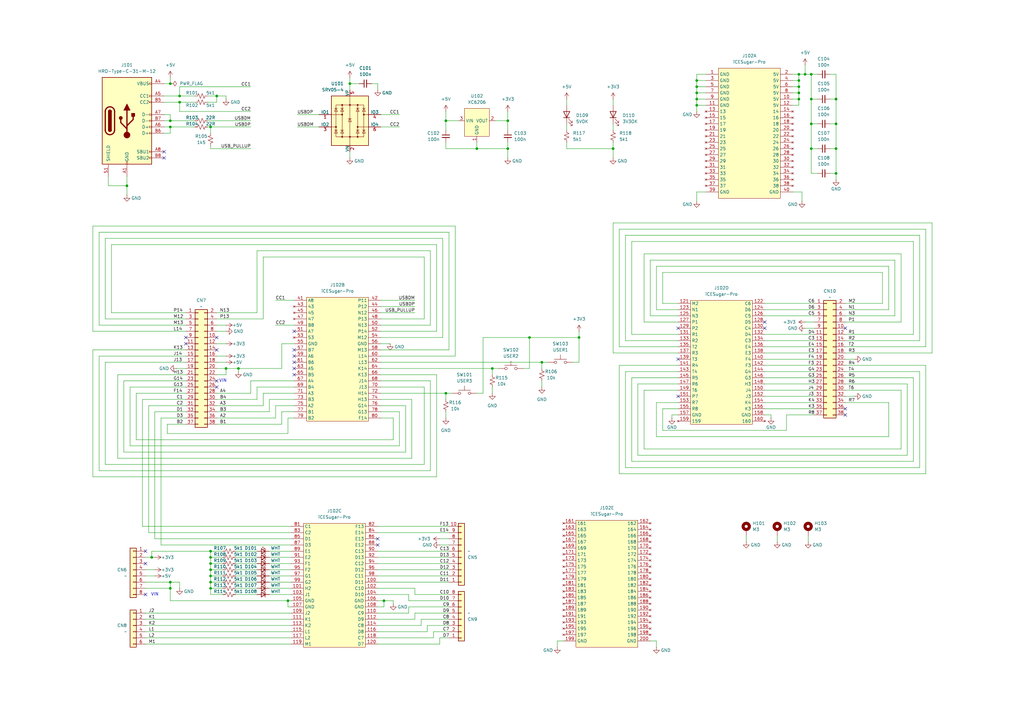
<source format=kicad_sch>
(kicad_sch (version 20231120) (generator "eeschema") (generator_version "8.0")
  (paper "A3")
  (junction (at 208.28 60.96))
  (junction (at 86.36 228.6))
  (junction (at 285.75 33.02))
  (junction (at 86.36 233.68))
  (junction (at 332.74 60.96))
  (junction (at 327.66 33.02))
  (junction (at 182.88 49.53))
  (junction (at 143.51 34.29))
  (junction (at 182.88 161.29))
  (junction (at 327.66 30.48))
  (junction (at 92.71 151.13))
  (junction (at 97.79 151.13))
  (junction (at 69.85 52.07))
  (junction (at 237.49 138.43))
  (junction (at 86.36 231.14))
  (junction (at 251.46 60.96))
  (junction (at 327.66 35.56))
  (junction (at 327.66 40.64))
  (junction (at 69.85 49.53))
  (junction (at 86.36 52.07))
  (junction (at 86.36 238.76))
  (junction (at 327.66 38.1))
  (junction (at 62.23 228.6))
  (junction (at 69.85 238.76))
  (junction (at 332.74 50.8))
  (junction (at 342.9 50.8))
  (junction (at 86.36 236.22))
  (junction (at 217.17 138.43))
  (junction (at 88.9 39.37))
  (junction (at 330.2 30.48))
  (junction (at 201.93 151.13))
  (junction (at 86.36 241.3))
  (junction (at 285.75 35.56))
  (junction (at 342.9 40.64))
  (junction (at 86.36 226.06))
  (junction (at 342.9 60.96))
  (junction (at 332.74 30.48))
  (junction (at 285.75 43.18))
  (junction (at 342.9 71.12))
  (junction (at 195.58 60.96))
  (junction (at 285.75 38.1))
  (junction (at 118.11 246.38))
  (junction (at 222.25 148.59))
  (junction (at 73.66 39.37))
  (junction (at 157.48 246.38))
  (junction (at 285.75 40.64))
  (junction (at 73.66 41.91))
  (junction (at 332.74 40.64))
  (junction (at 69.85 34.29))
  (junction (at 52.07 76.2))
  (junction (at 208.28 49.53))
  (junction (at 69.85 241.3))
  (no_connect (at 59.69 226.06))
  (no_connect (at 120.65 135.89))
  (no_connect (at 120.65 151.13))
  (no_connect (at 313.69 134.62))
  (no_connect (at 88.9 156.21))
  (no_connect (at 67.31 64.77))
  (no_connect (at 313.69 132.08))
  (no_connect (at 278.13 147.32))
  (no_connect (at 59.69 243.84))
  (no_connect (at 76.2 140.97))
  (no_connect (at 120.65 143.51))
  (no_connect (at 346.71 170.18))
  (no_connect (at 88.9 138.43))
  (no_connect (at 346.71 167.64))
  (no_connect (at 120.65 146.05))
  (no_connect (at 76.2 138.43))
  (no_connect (at 278.13 134.62))
  (no_connect (at 154.94 223.52))
  (no_connect (at 120.65 153.67))
  (no_connect (at 346.71 134.62))
  (no_connect (at 120.65 148.59))
  (no_connect (at 278.13 162.56))
  (no_connect (at 59.69 231.14))
  (no_connect (at 88.9 158.75))
  (no_connect (at 88.9 143.51))
  (no_connect (at 154.94 220.98))
  (no_connect (at 67.31 62.23))
  (wire (pts (xy 86.36 238.76) (xy 86.36 241.3)))
  (wire (pts (xy 285.75 33.02) (xy 285.75 35.56)))
  (wire (pts (xy 154.94 218.44) (xy 184.15 218.44)))
  (wire (pts (xy 182.88 49.53) (xy 187.96 49.53)))
  (wire (pts (xy 154.94 238.76) (xy 184.15 238.76)))
  (wire (pts (xy 377.19 152.4) (xy 346.71 152.4)))
  (wire (pts (xy 285.75 40.64) (xy 285.75 43.18)))
  (wire (pts (xy 201.93 158.75) (xy 201.93 161.29)))
  (wire (pts (xy 278.13 157.48) (xy 261.62 157.48)))
  (wire (pts (xy 63.5 168.91) (xy 63.5 220.98)))
  (wire (pts (xy 156.21 171.45) (xy 161.29 171.45)))
  (wire (pts (xy 382.27 144.78) (xy 346.71 144.78)))
  (wire (pts (xy 76.2 151.13) (xy 72.39 151.13)))
  (wire (pts (xy 186.69 146.05) (xy 186.69 92.71)))
  (wire (pts (xy 217.17 151.13) (xy 217.17 138.43)))
  (wire (pts (xy 173.99 190.5) (xy 43.18 190.5)))
  (wire (pts (xy 40.64 146.05) (xy 76.2 146.05)))
  (wire (pts (xy 278.13 144.78) (xy 251.46 144.78)))
  (wire (pts (xy 285.75 38.1) (xy 289.56 38.1)))
  (wire (pts (xy 266.7 262.89) (xy 269.24 262.89)))
  (wire (pts (xy 102.87 156.21) (xy 120.65 156.21)))
  (wire (pts (xy 285.75 43.18) (xy 285.75 45.72)))
  (wire (pts (xy 330.2 132.08) (xy 334.01 132.08)))
  (wire (pts (xy 342.9 71.12) (xy 342.9 73.66)))
  (wire (pts (xy 364.49 109.22) (xy 364.49 127)))
  (wire (pts (xy 86.36 241.3) (xy 91.44 241.3)))
  (wire (pts (xy 369.57 104.14) (xy 369.57 132.08)))
  (wire (pts (xy 173.99 105.41) (xy 107.95 105.41)))
  (wire (pts (xy 110.49 231.14) (xy 119.38 231.14)))
  (wire (pts (xy 328.93 78.74) (xy 328.93 82.55)))
  (wire (pts (xy 180.34 223.52) (xy 184.15 223.52)))
  (wire (pts (xy 179.07 195.58) (xy 38.1 195.58)))
  (wire (pts (xy 278.13 149.86) (xy 254 149.86)))
  (wire (pts (xy 154.94 215.9) (xy 184.15 215.9)))
  (wire (pts (xy 86.36 243.84) (xy 91.44 243.84)))
  (wire (pts (xy 195.58 58.42) (xy 195.58 60.96)))
  (wire (pts (xy 251.46 144.78) (xy 251.46 91.44)))
  (wire (pts (xy 73.66 39.37) (xy 73.66 35.56)))
  (wire (pts (xy 166.37 185.42) (xy 50.8 185.42)))
  (wire (pts (xy 195.58 60.96) (xy 208.28 60.96)))
  (wire (pts (xy 167.64 248.92) (xy 184.15 248.92)))
  (wire (pts (xy 269.24 109.22) (xy 364.49 109.22)))
  (wire (pts (xy 232.41 60.96) (xy 251.46 60.96)))
  (wire (pts (xy 330.2 30.48) (xy 330.2 26.67)))
  (wire (pts (xy 313.69 170.18) (xy 316.23 170.18)))
  (wire (pts (xy 38.1 92.71) (xy 38.1 135.89)))
  (wire (pts (xy 342.9 50.8) (xy 342.9 60.96)))
  (wire (pts (xy 156.21 130.81) (xy 173.99 130.81)))
  (wire (pts (xy 214.63 151.13) (xy 217.17 151.13)))
  (wire (pts (xy 313.69 144.78) (xy 334.01 144.78)))
  (wire (pts (xy 59.69 233.68) (xy 63.5 233.68)))
  (wire (pts (xy 62.23 228.6) (xy 62.23 226.06)))
  (wire (pts (xy 256.54 152.4) (xy 256.54 191.77)))
  (wire (pts (xy 118.11 171.45) (xy 120.65 171.45)))
  (wire (pts (xy 198.12 138.43) (xy 217.17 138.43)))
  (wire (pts (xy 179.07 153.67) (xy 179.07 195.58)))
  (wire (pts (xy 102.87 161.29) (xy 102.87 156.21)))
  (wire (pts (xy 113.03 133.35) (xy 120.65 133.35)))
  (wire (pts (xy 379.73 93.98) (xy 379.73 142.24)))
  (wire (pts (xy 107.95 130.81) (xy 88.9 130.81)))
  (wire (pts (xy 147.32 34.29) (xy 143.51 34.29)))
  (wire (pts (xy 278.13 152.4) (xy 256.54 152.4)))
  (wire (pts (xy 170.18 241.3) (xy 170.18 243.84)))
  (wire (pts (xy 86.36 238.76) (xy 91.44 238.76)))
  (wire (pts (xy 154.94 233.68) (xy 184.15 233.68)))
  (wire (pts (xy 179.07 135.89) (xy 179.07 100.33)))
  (wire (pts (xy 208.28 45.72) (xy 208.28 49.53)))
  (wire (pts (xy 113.03 123.19) (xy 120.65 123.19)))
  (wire (pts (xy 278.13 137.16) (xy 259.08 137.16)))
  (wire (pts (xy 110.49 238.76) (xy 119.38 238.76)))
  (wire (pts (xy 88.9 166.37) (xy 107.95 166.37)))
  (wire (pts (xy 156.21 151.13) (xy 201.93 151.13)))
  (wire (pts (xy 88.9 135.89) (xy 92.71 135.89)))
  (wire (pts (xy 86.36 52.07) (xy 86.36 54.61)))
  (wire (pts (xy 115.57 168.91) (xy 120.65 168.91)))
  (wire (pts (xy 361.95 111.76) (xy 361.95 124.46)))
  (wire (pts (xy 59.69 256.54) (xy 119.38 256.54)))
  (wire (pts (xy 85.09 49.53) (xy 102.87 49.53)))
  (wire (pts (xy 251.46 91.44) (xy 382.27 91.44)))
  (wire (pts (xy 208.28 58.42) (xy 208.28 60.96)))
  (wire (pts (xy 369.57 132.08) (xy 346.71 132.08)))
  (wire (pts (xy 66.04 171.45) (xy 76.2 171.45)))
  (wire (pts (xy 278.13 170.18) (xy 275.59 170.18)))
  (wire (pts (xy 73.66 41.91) (xy 73.66 45.72)))
  (wire (pts (xy 154.94 259.08) (xy 175.26 259.08)))
  (wire (pts (xy 69.85 49.53) (xy 80.01 49.53)))
  (wire (pts (xy 86.36 226.06) (xy 91.44 226.06)))
  (wire (pts (xy 186.69 92.71) (xy 38.1 92.71)))
  (wire (pts (xy 285.75 78.74) (xy 285.75 82.55)))
  (wire (pts (xy 340.36 40.64) (xy 342.9 40.64)))
  (wire (pts (xy 52.07 76.2) (xy 52.07 80.01)))
  (wire (pts (xy 120.65 166.37) (xy 113.03 166.37)))
  (wire (pts (xy 278.13 129.54) (xy 266.7 129.54)))
  (wire (pts (xy 170.18 251.46) (xy 184.15 251.46)))
  (wire (pts (xy 76.2 168.91) (xy 63.5 168.91)))
  (wire (pts (xy 278.13 132.08) (xy 264.16 132.08)))
  (wire (pts (xy 325.12 30.48) (xy 327.66 30.48)))
  (wire (pts (xy 175.26 256.54) (xy 184.15 256.54)))
  (wire (pts (xy 234.95 148.59) (xy 237.49 148.59)))
  (wire (pts (xy 184.15 95.25) (xy 40.64 95.25)))
  (wire (pts (xy 180.34 220.98) (xy 184.15 220.98)))
  (wire (pts (xy 374.65 189.23) (xy 259.08 189.23)))
  (wire (pts (xy 198.12 161.29) (xy 195.58 161.29)))
  (wire (pts (xy 69.85 34.29) (xy 69.85 31.75)))
  (wire (pts (xy 322.58 170.18) (xy 334.01 170.18)))
  (wire (pts (xy 217.17 138.43) (xy 237.49 138.43)))
  (wire (pts (xy 96.52 238.76) (xy 105.41 238.76)))
  (wire (pts (xy 96.52 236.22) (xy 105.41 236.22)))
  (wire (pts (xy 85.09 41.91) (xy 88.9 41.91)))
  (wire (pts (xy 154.94 231.14) (xy 184.15 231.14)))
  (wire (pts (xy 110.49 163.83) (xy 110.49 168.91)))
  (wire (pts (xy 222.25 148.59) (xy 224.79 148.59)))
  (wire (pts (xy 340.36 60.96) (xy 342.9 60.96)))
  (wire (pts (xy 327.66 40.64) (xy 327.66 38.1)))
  (wire (pts (xy 266.7 106.68) (xy 367.03 106.68)))
  (wire (pts (xy 367.03 106.68) (xy 367.03 129.54)))
  (wire (pts (xy 271.78 167.64) (xy 271.78 176.53)))
  (wire (pts (xy 313.69 129.54) (xy 334.01 129.54)))
  (wire (pts (xy 96.52 226.06) (xy 105.41 226.06)))
  (wire (pts (xy 254 93.98) (xy 379.73 93.98)))
  (wire (pts (xy 306.07 219.71) (xy 306.07 222.25)))
  (wire (pts (xy 289.56 40.64) (xy 285.75 40.64)))
  (wire (pts (xy 232.41 40.64) (xy 232.41 43.18)))
  (wire (pts (xy 327.66 35.56) (xy 327.66 38.1)))
  (wire (pts (xy 55.88 161.29) (xy 76.2 161.29)))
  (wire (pts (xy 278.13 167.64) (xy 271.78 167.64)))
  (wire (pts (xy 43.18 130.81) (xy 43.18 97.79)))
  (wire (pts (xy 168.91 187.96) (xy 48.26 187.96)))
  (wire (pts (xy 156.21 166.37) (xy 166.37 166.37)))
  (wire (pts (xy 113.03 171.45) (xy 88.9 171.45)))
  (wire (pts (xy 68.58 173.99) (xy 76.2 173.99)))
  (wire (pts (xy 156.21 168.91) (xy 163.83 168.91)))
  (wire (pts (xy 266.7 129.54) (xy 266.7 106.68)))
  (wire (pts (xy 96.52 241.3) (xy 105.41 241.3)))
  (wire (pts (xy 59.69 264.16) (xy 119.38 264.16)))
  (wire (pts (xy 327.66 40.64) (xy 327.66 43.18)))
  (wire (pts (xy 88.9 146.05) (xy 92.71 146.05)))
  (wire (pts (xy 85.09 52.07) (xy 86.36 52.07)))
  (wire (pts (xy 62.23 228.6) (xy 63.5 228.6)))
  (wire (pts (xy 330.2 134.62) (xy 334.01 134.62)))
  (wire (pts (xy 154.94 251.46) (xy 167.64 251.46)))
  (wire (pts (xy 379.73 149.86) (xy 346.71 149.86)))
  (wire (pts (xy 182.88 161.29) (xy 182.88 163.83)))
  (wire (pts (xy 157.48 248.92) (xy 157.48 246.38)))
  (wire (pts (xy 278.13 160.02) (xy 264.16 160.02)))
  (wire (pts (xy 96.52 233.68) (xy 105.41 233.68)))
  (wire (pts (xy 182.88 168.91) (xy 182.88 171.45)))
  (wire (pts (xy 313.69 147.32) (xy 334.01 147.32)))
  (wire (pts (xy 59.69 261.62) (xy 119.38 261.62)))
  (wire (pts (xy 73.66 45.72) (xy 102.87 45.72)))
  (wire (pts (xy 58.42 163.83) (xy 76.2 163.83)))
  (wire (pts (xy 110.49 233.68) (xy 119.38 233.68)))
  (wire (pts (xy 182.88 161.29) (xy 185.42 161.29)))
  (wire (pts (xy 313.69 154.94) (xy 334.01 154.94)))
  (wire (pts (xy 372.11 186.69) (xy 372.11 157.48)))
  (wire (pts (xy 264.16 132.08) (xy 264.16 104.14)))
  (wire (pts (xy 110.49 241.3) (xy 119.38 241.3)))
  (wire (pts (xy 105.41 102.87) (xy 176.53 102.87)))
  (wire (pts (xy 172.72 256.54) (xy 172.72 254)))
  (wire (pts (xy 372.11 157.48) (xy 346.71 157.48)))
  (wire (pts (xy 278.13 165.1) (xy 269.24 165.1)))
  (wire (pts (xy 316.23 170.18) (xy 316.23 171.45)))
  (wire (pts (xy 382.27 91.44) (xy 382.27 144.78)))
  (wire (pts (xy 156.21 143.51) (xy 184.15 143.51)))
  (wire (pts (xy 269.24 165.1) (xy 269.24 179.07)))
  (wire (pts (xy 327.66 30.48) (xy 330.2 30.48)))
  (wire (pts (xy 182.88 60.96) (xy 195.58 60.96)))
  (wire (pts (xy 48.26 153.67) (xy 76.2 153.67)))
  (wire (pts (xy 166.37 166.37) (xy 166.37 185.42)))
  (wire (pts (xy 318.77 219.71) (xy 318.77 222.25)))
  (wire (pts (xy 367.03 129.54) (xy 346.71 129.54)))
  (wire (pts (xy 60.96 166.37) (xy 76.2 166.37)))
  (wire (pts (xy 156.21 135.89) (xy 179.07 135.89)))
  (wire (pts (xy 342.9 30.48) (xy 342.9 40.64)))
  (wire (pts (xy 346.71 154.94) (xy 374.65 154.94)))
  (wire (pts (xy 285.75 33.02) (xy 289.56 33.02)))
  (wire (pts (xy 332.74 50.8) (xy 335.28 50.8)))
  (wire (pts (xy 86.36 52.07) (xy 102.87 52.07)))
  (wire (pts (xy 170.18 243.84) (xy 184.15 243.84)))
  (wire (pts (xy 156.21 140.97) (xy 160.02 140.97)))
  (wire (pts (xy 85.09 39.37) (xy 88.9 39.37)))
  (wire (pts (xy 176.53 156.21) (xy 176.53 193.04)))
  (wire (pts (xy 92.71 151.13) (xy 97.79 151.13)))
  (wire (pts (xy 340.36 71.12) (xy 342.9 71.12)))
  (wire (pts (xy 43.18 97.79) (xy 181.61 97.79)))
  (wire (pts (xy 154.94 261.62) (xy 177.8 261.62)))
  (wire (pts (xy 110.49 228.6) (xy 119.38 228.6)))
  (wire (pts (xy 38.1 135.89) (xy 76.2 135.89)))
  (wire (pts (xy 121.92 52.07) (xy 130.81 52.07)))
  (wire (pts (xy 88.9 151.13) (xy 92.71 151.13)))
  (wire (pts (xy 271.78 111.76) (xy 361.95 111.76)))
  (wire (pts (xy 369.57 184.15) (xy 369.57 160.02)))
  (wire (pts (xy 38.1 143.51) (xy 76.2 143.51)))
  (wire (pts (xy 58.42 163.83) (xy 58.42 215.9)))
  (wire (pts (xy 88.9 41.91) (xy 88.9 39.37)))
  (wire (pts (xy 86.36 228.6) (xy 86.36 231.14)))
  (wire (pts (xy 170.18 254) (xy 170.18 251.46)))
  (wire (pts (xy 154.94 248.92) (xy 157.48 248.92)))
  (wire (pts (xy 269.24 179.07) (xy 364.49 179.07)))
  (wire (pts (xy 181.61 97.79) (xy 181.61 138.43)))
  (wire (pts (xy 105.41 102.87) (xy 105.41 128.27)))
  (wire (pts (xy 96.52 243.84) (xy 105.41 243.84)))
  (wire (pts (xy 40.64 133.35) (xy 76.2 133.35)))
  (wire (pts (xy 73.66 35.56) (xy 102.87 35.56)))
  (wire (pts (xy 364.49 179.07) (xy 364.49 165.1)))
  (wire (pts (xy 278.13 124.46) (xy 271.78 124.46)))
  (wire (pts (xy 69.85 52.07) (xy 80.01 52.07)))
  (wire (pts (xy 88.9 133.35) (xy 92.71 133.35)))
  (wire (pts (xy 346.71 139.7) (xy 377.19 139.7)))
  (wire (pts (xy 73.66 241.3) (xy 73.66 238.76)))
  (wire (pts (xy 86.36 236.22) (xy 91.44 236.22)))
  (wire (pts (xy 67.31 46.99) (xy 69.85 46.99)))
  (wire (pts (xy 173.99 130.81) (xy 173.99 105.41)))
  (wire (pts (xy 176.53 193.04) (xy 40.64 193.04)))
  (wire (pts (xy 156.21 128.27) (xy 170.18 128.27)))
  (wire (pts (xy 198.12 161.29) (xy 198.12 138.43)))
  (wire (pts (xy 325.12 40.64) (xy 327.66 40.64)))
  (wire (pts (xy 177.8 259.08) (xy 184.15 259.08)))
  (wire (pts (xy 50.8 156.21) (xy 50.8 185.42)))
  (wire (pts (xy 67.31 34.29) (xy 69.85 34.29)))
  (wire (pts (xy 120.65 163.83) (xy 110.49 163.83)))
  (wire (pts (xy 173.99 158.75) (xy 173.99 190.5)))
  (wire (pts (xy 271.78 176.53) (xy 322.58 176.53)))
  (wire (pts (xy 105.41 128.27) (xy 88.9 128.27)))
  (wire (pts (xy 86.36 231.14) (xy 91.44 231.14)))
  (wire (pts (xy 73.66 39.37) (xy 80.01 39.37)))
  (wire (pts (xy 143.51 31.75) (xy 143.51 34.29)))
  (wire (pts (xy 59.69 251.46) (xy 119.38 251.46)))
  (wire (pts (xy 88.9 161.29) (xy 102.87 161.29)))
  (wire (pts (xy 332.74 40.64) (xy 332.74 50.8)))
  (wire (pts (xy 256.54 139.7) (xy 278.13 139.7)))
  (wire (pts (xy 53.34 158.75) (xy 76.2 158.75)))
  (wire (pts (xy 182.88 45.72) (xy 182.88 49.53)))
  (wire (pts (xy 322.58 176.53) (xy 322.58 170.18)))
  (wire (pts (xy 172.72 254) (xy 184.15 254)))
  (wire (pts (xy 154.94 34.29) (xy 154.94 36.83)))
  (wire (pts (xy 222.25 156.21) (xy 222.25 158.75)))
  (wire (pts (xy 176.53 133.35) (xy 156.21 133.35)))
  (wire (pts (xy 332.74 30.48) (xy 332.74 40.64)))
  (wire (pts (xy 156.21 163.83) (xy 168.91 163.83)))
  (wire (pts (xy 110.49 226.06) (xy 119.38 226.06)))
  (wire (pts (xy 119.38 248.92) (xy 118.11 248.92)))
  (wire (pts (xy 271.78 124.46) (xy 271.78 111.76)))
  (wire (pts (xy 156.21 156.21) (xy 176.53 156.21)))
  (wire (pts (xy 201.93 151.13) (xy 201.93 153.67)))
  (wire (pts (xy 374.65 137.16) (xy 346.71 137.16)))
  (wire (pts (xy 184.15 143.51) (xy 184.15 95.25)))
  (wire (pts (xy 67.31 41.91) (xy 73.66 41.91)))
  (wire (pts (xy 313.69 157.48) (xy 334.01 157.48)))
  (wire (pts (xy 331.47 219.71) (xy 331.47 222.25)))
  (wire (pts (xy 40.64 146.05) (xy 40.64 193.04)))
  (wire (pts (xy 278.13 127) (xy 269.24 127)))
  (wire (pts (xy 251.46 50.8) (xy 251.46 53.34)))
  (wire (pts (xy 156.21 125.73) (xy 170.18 125.73)))
  (wire (pts (xy 55.88 180.34) (xy 161.29 180.34)))
  (wire (pts (xy 313.69 167.64) (xy 334.01 167.64)))
  (wire (pts (xy 118.11 246.38) (xy 119.38 246.38)))
  (wire (pts (xy 332.74 30.48) (xy 335.28 30.48)))
  (wire (pts (xy 161.29 171.45) (xy 161.29 180.34)))
  (wire (pts (xy 254 194.31) (xy 379.73 194.31)))
  (wire (pts (xy 86.36 226.06) (xy 86.36 228.6)))
  (wire (pts (xy 68.58 177.8) (xy 118.11 177.8)))
  (wire (pts (xy 59.69 259.08) (xy 119.38 259.08)))
  (wire (pts (xy 285.75 30.48) (xy 289.56 30.48)))
  (wire (pts (xy 269.24 127) (xy 269.24 109.22)))
  (wire (pts (xy 60.96 166.37) (xy 60.96 218.44)))
  (wire (pts (xy 88.9 39.37) (xy 92.71 39.37)))
  (wire (pts (xy 86.36 59.69) (xy 86.36 60.96)))
  (wire (pts (xy 313.69 162.56) (xy 334.01 162.56)))
  (wire (pts (xy 377.19 96.52) (xy 256.54 96.52)))
  (wire (pts (xy 59.69 236.22) (xy 63.5 236.22)))
  (wire (pts (xy 105.41 163.83) (xy 88.9 163.83)))
  (wire (pts (xy 176.53 102.87) (xy 176.53 133.35)))
  (wire (pts (xy 86.36 236.22) (xy 86.36 238.76)))
  (wire (pts (xy 107.95 166.37) (xy 107.95 161.29)))
  (wire (pts (xy 330.2 30.48) (xy 332.74 30.48)))
  (wire (pts (xy 73.66 41.91) (xy 80.01 41.91)))
  (wire (pts (xy 107.95 105.41) (xy 107.95 130.81)))
  (wire (pts (xy 285.75 43.18) (xy 289.56 43.18)))
  (wire (pts (xy 152.4 34.29) (xy 154.94 34.29)))
  (wire (pts (xy 115.57 140.97) (xy 120.65 140.97)))
  (wire (pts (xy 222.25 148.59) (xy 222.25 151.13)))
  (wire (pts (xy 120.65 158.75) (xy 105.41 158.75)))
  (wire (pts (xy 96.52 231.14) (xy 105.41 231.14)))
  (wire (pts (xy 332.74 71.12) (xy 335.28 71.12)))
  (wire (pts (xy 92.71 39.37) (xy 92.71 40.64)))
  (wire (pts (xy 105.41 158.75) (xy 105.41 163.83)))
  (wire (pts (xy 115.57 173.99) (xy 115.57 168.91)))
  (wire (pts (xy 332.74 60.96) (xy 335.28 60.96)))
  (wire (pts (xy 154.94 264.16) (xy 180.34 264.16)))
  (wire (pts (xy 251.46 58.42) (xy 251.46 60.96)))
  (wire (pts (xy 143.51 34.29) (xy 143.51 36.83)))
  (wire (pts (xy 346.71 162.56) (xy 350.52 162.56)))
  (wire (pts (xy 340.36 50.8) (xy 342.9 50.8)))
  (wire (pts (xy 285.75 35.56) (xy 289.56 35.56)))
  (wire (pts (xy 62.23 226.06) (xy 86.36 226.06)))
  (wire (pts (xy 45.72 100.33) (xy 45.72 128.27)))
  (wire (pts (xy 346.71 165.1) (xy 364.49 165.1)))
  (wire (pts (xy 232.41 50.8) (xy 232.41 53.34)))
  (wire (pts (xy 53.34 158.75) (xy 53.34 182.88)))
  (wire (pts (xy 361.95 124.46) (xy 346.71 124.46)))
  (wire (pts (xy 313.69 127) (xy 334.01 127)))
  (wire (pts (xy 156.21 123.19) (xy 170.18 123.19)))
  (wire (pts (xy 332.74 40.64) (xy 335.28 40.64)))
  (wire (pts (xy 259.08 189.23) (xy 259.08 154.94)))
  (wire (pts (xy 208.28 49.53) (xy 208.28 53.34)))
  (wire (pts (xy 60.96 218.44) (xy 119.38 218.44)))
  (wire (pts (xy 45.72 128.27) (xy 76.2 128.27)))
  (wire (pts (xy 364.49 127) (xy 346.71 127)))
  (wire (pts (xy 156.21 148.59) (xy 222.25 148.59)))
  (wire (pts (xy 154.94 228.6) (xy 184.15 228.6)))
  (wire (pts (xy 43.18 148.59) (xy 43.18 190.5)))
  (wire (pts (xy 154.94 241.3) (xy 170.18 241.3)))
  (wire (pts (xy 67.31 49.53) (xy 69.85 49.53)))
  (wire (pts (xy 261.62 157.48) (xy 261.62 186.69)))
  (wire (pts (xy 259.08 137.16) (xy 259.08 99.06)))
  (wire (pts (xy 110.49 168.91) (xy 88.9 168.91)))
  (wire (pts (xy 86.36 60.96) (xy 102.87 60.96)))
  (wire (pts (xy 113.03 166.37) (xy 113.03 171.45)))
  (wire (pts (xy 88.9 173.99) (xy 115.57 173.99)))
  (wire (pts (xy 201.93 151.13) (xy 204.47 151.13)))
  (wire (pts (xy 154.94 226.06) (xy 184.15 226.06)))
  (wire (pts (xy 340.36 30.48) (xy 342.9 30.48)))
  (wire (pts (xy 44.45 72.39) (xy 44.45 76.2)))
  (wire (pts (xy 67.31 39.37) (xy 73.66 39.37)))
  (wire (pts (xy 254 149.86) (xy 254 194.31)))
  (wire (pts (xy 182.88 58.42) (xy 182.88 60.96)))
  (wire (pts (xy 175.26 259.08) (xy 175.26 256.54)))
  (wire (pts (xy 259.08 154.94) (xy 278.13 154.94)))
  (wire (pts (xy 346.71 147.32) (xy 350.52 147.32)))
  (wire (pts (xy 269.24 262.89) (xy 269.24 265.43)))
  (wire (pts (xy 156.21 161.29) (xy 182.88 161.29)))
  (wire (pts (xy 38.1 143.51) (xy 38.1 195.58)))
  (wire (pts (xy 43.18 148.59) (xy 76.2 148.59)))
  (wire (pts (xy 69.85 241.3) (xy 69.85 246.38)))
  (wire (pts (xy 313.69 165.1) (xy 334.01 165.1)))
  (wire (pts (xy 67.31 52.07) (xy 69.85 52.07)))
  (wire (pts (xy 369.57 160.02) (xy 346.71 160.02)))
  (wire (pts (xy 285.75 35.56) (xy 285.75 38.1)))
  (wire (pts (xy 203.2 49.53) (xy 208.28 49.53)))
  (wire (pts (xy 119.38 223.52) (xy 66.04 223.52)))
  (wire (pts (xy 143.51 62.23) (xy 143.51 64.77)))
  (wire (pts (xy 327.66 33.02) (xy 327.66 35.56)))
  (wire (pts (xy 115.57 151.13) (xy 115.57 140.97)))
  (wire (pts (xy 285.75 33.02) (xy 285.75 30.48)))
  (wire (pts (xy 163.83 168.91) (xy 163.83 182.88)))
  (wire (pts (xy 342.9 40.64) (xy 342.9 50.8)))
  (wire (pts (xy 325.12 33.02) (xy 327.66 33.02)))
  (wire (pts (xy 325.12 38.1) (xy 327.66 38.1)))
  (wire (pts (xy 121.92 46.99) (xy 130.81 46.99)))
  (wire (pts (xy 327.66 30.48) (xy 327.66 33.02)))
  (wire (pts (xy 157.48 246.38) (xy 161.29 246.38)))
  (wire (pts (xy 97.79 151.13) (xy 115.57 151.13)))
  (wire (pts (xy 156.21 153.67) (xy 179.07 153.67)))
  (wire (pts (xy 59.69 238.76) (xy 69.85 238.76)))
  (wire (pts (xy 313.69 149.86) (xy 334.01 149.86)))
  (wire (pts (xy 251.46 60.96) (xy 251.46 64.77)))
  (wire (pts (xy 63.5 220.98) (xy 119.38 220.98)))
  (wire (pts (xy 275.59 170.18) (xy 275.59 171.45)))
  (wire (pts (xy 377.19 191.77) (xy 377.19 152.4)))
  (wire (pts (xy 86.36 228.6) (xy 91.44 228.6)))
  (wire (pts (xy 256.54 191.77) (xy 377.19 191.77)))
  (wire (pts (xy 156.21 46.99) (xy 163.83 46.99)))
  (wire (pts (xy 313.69 124.46) (xy 334.01 124.46)))
  (wire (pts (xy 58.42 215.9) (xy 119.38 215.9)))
  (wire (pts (xy 251.46 40.64) (xy 251.46 43.18)))
  (wire (pts (xy 313.69 152.4) (xy 334.01 152.4)))
  (wire (pts (xy 327.66 43.18) (xy 325.12 43.18)))
  (wire (pts (xy 379.73 194.31) (xy 379.73 149.86)))
  (wire (pts (xy 332.74 50.8) (xy 332.74 60.96)))
  (wire (pts (xy 88.9 148.59) (xy 92.71 148.59)))
  (wire (pts (xy 231.14 262.89) (xy 228.6 262.89)))
  (wire (pts (xy 285.75 38.1) (xy 285.75 40.64)))
  (wire (pts (xy 55.88 161.29) (xy 55.88 180.34)))
  (wire (pts (xy 59.69 241.3) (xy 69.85 241.3)))
  (wire (pts (xy 264.16 160.02) (xy 264.16 184.15)))
  (wire (pts (xy 110.49 236.22) (xy 119.38 236.22)))
  (wire (pts (xy 177.8 261.62) (xy 177.8 259.08)))
  (wire (pts (xy 181.61 138.43) (xy 156.21 138.43)))
  (wire (pts (xy 66.04 223.52) (xy 66.04 171.45)))
  (wire (pts (xy 48.26 153.67) (xy 48.26 187.96)))
  (wire (pts (xy 52.07 72.39) (xy 52.07 76.2)))
  (wire (pts (xy 342.9 60.96) (xy 342.9 71.12)))
  (wire (pts (xy 154.94 236.22) (xy 184.15 236.22)))
  (wire (pts (xy 167.64 246.38) (xy 184.15 246.38)))
  (wire (pts (xy 254 142.24) (xy 254 93.98)))
  (wire (pts (xy 154.94 254) (xy 170.18 254)))
  (wire (pts (xy 86.36 233.68) (xy 86.36 236.22)))
  (wire (pts (xy 232.41 58.42) (xy 232.41 60.96)))
  (wire (pts (xy 86.36 233.68) (xy 91.44 233.68)))
  (wire (pts (xy 374.65 154.94) (xy 374.65 189.23)))
  (wire (pts (xy 313.69 137.16) (xy 334.01 137.16)))
  (wire (pts (xy 237.49 138.43) (xy 237.49 135.89)))
  (wire (pts (xy 313.69 139.7) (xy 334.01 139.7)))
  (wire (pts (xy 156.21 52.07) (xy 163.83 52.07)))
  (wire (pts (xy 167.64 251.46) (xy 167.64 248.92)))
  (wire (pts (xy 332.74 60.96) (xy 332.74 71.12)))
  (wire (pts (xy 313.69 142.24) (xy 334.01 142.24)))
  (wire (pts (xy 154.94 246.38) (xy 157.48 246.38)))
  (wire (pts (xy 179.07 100.33) (xy 45.72 100.33)))
  (wire (pts (xy 69.85 52.07) (xy 69.85 54.61)))
  (wire (pts (xy 377.19 139.7) (xy 377.19 96.52)))
  (wire (pts (xy 88.9 140.97) (xy 92.71 140.97)))
  (wire (pts (xy 118.11 248.92) (xy 118.11 246.38)))
  (wire (pts (xy 180.34 264.16) (xy 180.34 261.62)))
  (wire (pts (xy 180.34 261.62) (xy 184.15 261.62)))
  (wire (pts (xy 43.18 130.81) (xy 76.2 130.81)))
  (wire (pts (xy 313.69 160.02) (xy 334.01 160.02)))
  (wire (pts (xy 86.36 241.3) (xy 86.36 243.84)))
  (wire (pts (xy 168.91 163.83) (xy 168.91 187.96)))
  (wire (pts (xy 261.62 186.69) (xy 372.11 186.69)))
  (wire (pts (xy 161.29 246.38) (xy 161.29 247.65)))
  (wire (pts (xy 110.49 243.84) (xy 119.38 243.84)))
  (wire (pts (xy 69.85 238.76) (xy 69.85 241.3)))
  (wire (pts (xy 156.21 158.75) (xy 173.99 158.75)))
  (wire (pts (xy 44.45 76.2) (xy 52.07 76.2)))
  (wire (pts (xy 69.85 46.99) (xy 69.85 49.53)))
  (wire (pts (xy 68.58 173.99) (xy 68.58 177.8)))
  (wire (pts (xy 118.11 177.8) (xy 118.11 171.45)))
  (wire (pts (xy 92.71 153.67) (xy 92.71 151.13)))
  (wire (pts (xy 40.64 95.25) (xy 40.64 133.35)))
  (wire (pts (xy 289.56 78.74) (xy 285.75 78.74)))
  (wire (pts (xy 73.66 238.76) (xy 69.85 238.76)))
  (wire (pts (xy 278.13 142.24) (xy 254 142.24)))
  (wire (pts (xy 59.69 228.6) (xy 62.23 228.6)))
  (wire (pts (xy 264.16 104.14) (xy 369.57 104.14)))
  (wire (pts (xy 86.36 231.14) (xy 86.36 233.68)))
  (wire (pts (xy 69.85 246.38) (xy 118.11 246.38)))
  (wire (pts (xy 374.65 99.06) (xy 374.65 137.16)))
  (wire (pts (xy 50.8 156.21) (xy 76.2 156.21)))
  (wire (pts (xy 97.79 152.4) (xy 97.79 151.13)))
  (wire (pts (xy 156.21 146.05) (xy 186.69 146.05)))
  (wire (pts (xy 182.88 49.53) (xy 182.88 53.34)))
  (wire (pts (xy 154.94 243.84) (xy 167.64 243.84)))
  (wire (pts (xy 59.69 254) (xy 119.38 254)))
  (wire (pts (xy 88.9 153.67) (xy 92.71 153.67)))
  (wire (pts (xy 107.95 161.29) (xy 120.65 161.29)))
  (wire (pts (xy 208.28 60.96) (xy 208.28 64.77)))
  (wire (pts (xy 96.52 228.6) (xy 105.41 228.6)))
  (wire (pts (xy 379.73 142.24) (xy 346.71 142.24)))
  (wire (pts (xy 237.49 148.59) (xy 237.49 138.43)))
  (wire (pts (xy 325.12 35.56) (xy 327.66 35.56)))
  (wire (pts (xy 67.31 54.61) (xy 69.85 54.61)))
  (wire (pts (xy 264.16 184.15) (xy 369.57 184.15)))
  (wire (pts (xy 256.54 96.52) (xy 256.54 139.7)))
  (wire (pts (xy 325.12 78.74) (xy 328.93 78.74)))
  (wire (pts (xy 154.94 256.54) (xy 172.72 256.54)))
  (wire (pts (xy 228.6 262.89) (xy 228.6 265.43)))
  (wire (pts (xy 259.08 99.06) (xy 374.65 99.06)))
  (wire (pts (xy 167.64 243.84) (xy 167.64 246.38)))
  (wire (pts (xy 163.83 182.88) (xy 53.34 182.88)))
  (text "VIN" (at 91.44 156.21 0) (effects (font (size 1.27 1.27))))
  (text "VIN" (at 63.5 243.84 0) (effects (font (size 1.27 1.27))))
  (label "J14" (at 71.12 146.05 0))
  (label "D9" (at 181.61 251.46 0))
  (label "USBDM" (at 170.18 123.19 180))
  (label "M12" (at 71.12 130.81 0))
  (label "C6" (at 331.47 124.46 0))
  (label "D10" (at 180.34 246.38 0))
  (label "B3" (at 90.17 168.91 0))
  (label "P1" (at 347.98 132.08 0))
  (label "C1" (at 72.39 163.83 0))
  (label "USBDM" (at 121.92 52.07 0))
  (label "C11" (at 180.34 236.22 0))
  (label "CC1" (at 113.03 123.19 0))
  (label "A4" (at 90.17 161.29 0))
  (label "C10" (at 180.34 243.84 0))
  (label "CC2" (at 113.03 133.35 0))
  (label "R2" (at 347.98 139.7 0))
  (label "CC2" (at 102.87 45.72 180))
  (label "USBDM" (at 102.87 49.53 180))
  (label "R4" (at 347.98 149.86 0))
  (label "USBDP" (at 121.92 46.99 0))
  (label "D7" (at 181.61 261.62 0))
  (label "R6" (at 347.98 157.48 0))
  (label "H13" (at 71.12 153.67 0))
  (label "M2" (at 347.98 124.46 0))
  (label "K2" (at 60.96 256.54 0))
  (label "P14" (at 71.12 128.27 0))
  (label "J3" (at 331.47 162.56 0))
  (label "N13" (at 90.17 128.27 0))
  (label "J2" (at 60.96 251.46 0))
  (label "R7" (at 347.98 165.1 0))
  (label "L2" (at 60.96 261.62 0))
  (label "C12" (at 180.34 231.14 0))
  (label "T6" (at 347.98 160.02 0))
  (label "B2" (at 72.39 173.99 0))
  (label "B1" (at 90.17 173.99 0))
  (label "D12" (at 180.34 233.68 0))
  (label "C7" (at 181.61 259.08 0))
  (label "M1" (at 60.96 264.16 0))
  (label "K3" (at 331.47 167.64 0))
  (label "K13" (at 71.12 143.51 0))
  (label "A3" (at 90.17 166.37 0))
  (label "G13" (at 71.12 158.75 0))
  (label "F4" (at 331.47 147.32 0))
  (label "C5" (at 331.47 129.54 0))
  (label "E3" (at 331.47 144.78 0))
  (label "C2" (at 72.39 166.37 0))
  (label "A2" (at 90.17 171.45 0))
  (label "USBDP" (at 102.87 52.07 180))
  (label "G14" (at 71.12 156.21 0))
  (label "F13" (at 180.34 215.9 0))
  (label "D4" (at 331.47 137.16 0))
  (label "E4" (at 331.47 142.24 0))
  (label "K1" (at 60.96 254 0))
  (label "D6" (at 331.47 127 0))
  (label "L14" (at 71.12 135.89 0))
  (label "D11" (at 180.34 238.76 0))
  (label "J13" (at 71.12 148.59 0))
  (label "D3" (at 72.39 171.45 0))
  (label "E14" (at 180.34 218.44 0))
  (label "L1" (at 60.96 259.08 0))
  (label "C13" (at 180.34 226.06 0))
  (label "T4" (at 347.98 152.4 0))
  (label "CC1" (at 102.87 35.56 180))
  (label "M13" (at 71.12 133.35 0))
  (label "G3" (at 331.47 154.94 0))
  (label "J4" (at 331.47 160.02 0))
  (label "C8" (at 181.61 254 0))
  (label "B4" (at 90.17 163.83 0))
  (label "R5" (at 347.98 154.94 0))
  (label "F14" (at 71.12 161.29 0))
  (label "CC1" (at 163.83 46.99 180))
  (label "R1" (at 347.98 137.16 0))
  (label "N1" (at 347.98 127 0))
  (label "D1" (at 72.39 168.91 0))
  (label "D13" (at 180.34 228.6 0))
  (label "USBDP" (at 170.18 125.73 180))
  (label "G4" (at 331.47 152.4 0))
  (label "C3" (at 331.47 139.7 0))
  (label "R3" (at 347.98 144.78 0))
  (label "K4" (at 331.47 165.1 0))
  (label "T2" (at 347.98 142.24 0))
  (label "D8" (at 181.61 256.54 0))
  (label "CC2" (at 163.83 52.07 180))
  (label "P13" (at 90.17 130.81 0))
  (label "R8" (at 331.47 170.18 0))
  (label "F3" (at 331.47 149.86 0))
  (label "N3" (at 347.98 129.54 0))
  (label "H3" (at 331.47 157.48 0))
  (label "C9" (at 181.61 248.92 0))
  (label "USB_PULLUP" (at 102.87 60.96 180))
  (label "USB_PULLUP" (at 170.18 128.27 180))
  (symbol (lib_id "Connector:USB_C_Receptacle_USB2.0_16P") (at 52.07 49.53 0) (unit 1)
    (property "Reference" "J101" (at 52.07 26.67 0))
    (property "Value" "HRO-Type-C-31-M-12" (at 52.07 29.21 0))
    (property "Footprint" "matei:HRO-TYPE-C-31-M-12" (effects (hide yes)))
    (property "Datasheet" "https://www.usb.org/sites/default/files/documents/usb_type-c.zip" (effects (hide yes)))
    (property "Description" "USB 2.0-only 16P Type-C Receptacle connector" (effects (hide yes)))
    (property "LCSC ID" "C165948" (effects (hide yes)))
  )
  (symbol (lib_id "power:GND") (at 306.07 222.25 0) (mirror y) (unit 1)
    (property "Reference" "#PWR0145" (effects (hide yes)))
    (property "Value" "GND" (at 309.88 223.52 0))
    (property "Description" "Power symbol creates a global label with name \"GND\" , ground" (effects (hide yes)))
  )
  (symbol (lib_id "Switch:SW_Push") (at 209.55 151.13 0) (unit 1)
    (property "Reference" "SW102" (at 209.55 143.51 0))
    (property "Value" "USER2" (at 209.55 146.05 0))
    (property "Footprint" "matei:TS-1187A-B-A-B" (effects (hide yes)))
    (property "Description" "Push button switch, generic, two pins" (effects (hide yes)))
    (property "LCSC ID" "C318884" (effects (hide yes)))
  )
  (symbol (lib_id "power:GND") (at 161.29 247.65 0) (mirror y) (unit 1)
    (property "Reference" "#PWR0137" (effects (hide yes)))
    (property "Value" "GND" (at 165.1 248.92 0))
    (property "Description" "Power symbol creates a global label with name \"GND\" , ground" (effects (hide yes)))
  )
  (symbol (lib_id "Device:R_Small_US") (at 82.55 39.37 90) (unit 1)
    (property "Reference" "R101" (at 78.74 38.1 90))
    (property "Value" "5k1" (at 86.36 38.1 90))
    (property "Footprint" "Resistor_SMD:R_0402_1005Metric" (effects (hide yes)))
    (property "Description" "Resistor, small US symbol" (effects (hide yes)))
    (property "LCSC ID" "C25905" (effects (hide yes)))
  )
  (symbol (lib_id "Device:R_Small_US") (at 93.98 238.76 90) (unit 1)
    (property "Reference" "R112" (at 90.17 237.49 90))
    (property "Value" "5k1" (at 97.79 237.49 90))
    (property "Footprint" "Resistor_SMD:R_0402_1005Metric" (effects (hide yes)))
    (property "Description" "Resistor, small US symbol" (effects (hide yes)))
    (property "LCSC ID" "C25905" (effects (hide yes)))
  )
  (symbol (lib_id "Device:C_Small") (at 337.82 71.12 90) (unit 1)
    (property "Reference" "C108" (at 337.8263 64.77 90))
    (property "Value" "100n" (at 337.8263 67.31 90))
    (property "Footprint" "Capacitor_SMD:C_0402_1005Metric" (effects (hide yes)))
    (property "Description" "Unpolarized capacitor, small symbol" (effects (hide yes)))
    (property "LCSC ID" "C307331" (effects (hide yes)))
  )
  (symbol (lib_id "Device:R_Small_US") (at 93.98 228.6 90) (unit 1)
    (property "Reference" "R108" (at 90.17 227.33 90))
    (property "Value" "5k1" (at 97.79 227.33 90))
    (property "Footprint" "Resistor_SMD:R_0402_1005Metric" (effects (hide yes)))
    (property "Description" "Resistor, small US symbol" (effects (hide yes)))
    (property "LCSC ID" "C25905" (effects (hide yes)))
  )
  (symbol (lib_id "power:GND") (at 182.88 171.45 0) (unit 1)
    (property "Reference" "#PWR0140" (effects (hide yes)))
    (property "Value" "GND" (at 182.88 176.53 0))
    (property "Description" "Power symbol creates a global label with name \"GND\" , ground" (effects (hide yes)))
  )
  (symbol (lib_id "Device:R_Small_US") (at 222.25 153.67 0) (unit 1)
    (property "Reference" "R106" (at 226.06 152.4 0))
    (property "Value" "10k" (at 226.06 154.94 0))
    (property "Footprint" "Resistor_SMD:R_0402_1005Metric" (effects (hide yes)))
    (property "Description" "Resistor, small US symbol" (effects (hide yes)))
    (property "LCSC ID" "C25744" (effects (hide yes)))
  )
  (symbol (lib_id "power:GND") (at 285.75 45.72 0) (mirror y) (unit 1)
    (property "Reference" "#PWR0115" (effects (hide yes)))
    (property "Value" "GND" (at 281.94 46.99 0))
    (property "Description" "Power symbol creates a global label with name \"GND\" , ground" (effects (hide yes)))
  )
  (symbol (lib_id "Switch:SW_Push") (at 229.87 148.59 0) (unit 1)
    (property "Reference" "SW103" (at 229.87 140.97 0))
    (property "Value" "USER1" (at 229.87 143.51 0))
    (property "Footprint" "matei:TS-1187A-B-A-B" (effects (hide yes)))
    (property "Description" "Push button switch, generic, two pins" (effects (hide yes)))
    (property "LCSC ID" "C318884" (effects (hide yes)))
  )
  (symbol (lib_id "Device:C_Small") (at 337.82 40.64 90) (unit 1)
    (property "Reference" "C105" (at 337.8263 34.29 90))
    (property "Value" "100n" (at 337.8263 36.83 90))
    (property "Footprint" "Capacitor_SMD:C_0402_1005Metric" (effects (hide yes)))
    (property "Description" "Unpolarized capacitor, small symbol" (effects (hide yes)))
    (property "LCSC ID" "C307331" (effects (hide yes)))
  )
  (symbol (lib_id "Mechanical:MountingHole_Pad") (at 306.07 217.17 0) (unit 1) (exclude_from_sim yes) (in_bom no)
    (property "Reference" "H101" (at 308.61 214.6299 0) (effects (justify left)))
    (property "Value" "M3" (at 308.61 217.1699 0) (effects (justify left)))
    (property "Footprint" "MountingHole:MountingHole_3.2mm_M3_DIN965_Pad" (effects (hide yes)))
    (property "Description" "Mounting Hole with connection" (effects (hide yes)))
  )
  (symbol (lib_id "Mechanical:MountingHole_Pad") (at 318.77 217.17 0) (unit 1) (exclude_from_sim yes) (in_bom no)
    (property "Reference" "H102" (at 321.31 214.6299 0) (effects (justify left)))
    (property "Value" "M3" (at 321.31 217.1699 0) (effects (justify left)))
    (property "Footprint" "MountingHole:MountingHole_3.2mm_M3_DIN965_Pad" (effects (hide yes)))
    (property "Description" "Mounting Hole with connection" (effects (hide yes)))
  )
  (symbol (lib_id "power:GND") (at 97.79 152.4 0) (unit 1)
    (property "Reference" "#PWR0123" (effects (hide yes)))
    (property "Value" "GND" (at 101.6 153.67 0))
    (property "Description" "Power symbol creates a global label with name \"GND\" , ground" (effects (hide yes)))
  )
  (symbol (lib_id "power:GND") (at 228.6 265.43 0) (unit 1)
    (property "Reference" "#PWR0138" (effects (hide yes)))
    (property "Value" "GND" (at 224.79 266.7 0))
    (property "Description" "Power symbol creates a global label with name \"GND\" , ground" (effects (hide yes)))
  )
  (symbol (lib_id "Device:LED") (at 232.41 46.99 90) (unit 1)
    (property "Reference" "D109" (at 236.22 47.3074 90) (effects (justify right)))
    (property "Value" "5VOK" (at 236.22 49.8474 90) (effects (justify right)))
    (property "Footprint" "LED_SMD:LED_0603_1608Metric" (effects (hide yes)))
    (property "Description" "Light emitting diode" (effects (hide yes)))
    (property "LCSC ID" "C2290" (effects (hide yes)))
  )
  (symbol (lib_id "power:+3V3") (at 208.28 45.72 0) (unit 1)
    (property "Reference" "#PWR0106" (effects (hide yes)))
    (property "Value" "+3V3" (at 208.28 40.64 0))
    (property "Description" "Power symbol creates a global label with name \"+3V3\"" (effects (hide yes)))
  )
  (symbol (lib_id "power:+3V3") (at 180.34 220.98 90) (mirror x) (unit 1)
    (property "Reference" "#PWR0131" (effects (hide yes)))
    (property "Value" "+3V3" (at 176.53 220.9799 90) (effects (justify left)))
    (property "Description" "Power symbol creates a global label with name \"+3V3\"" (effects (hide yes)))
  )
  (symbol (lib_id "matei:iCESugar-Pro") (at 307.34 53.34 0) (unit 1)
    (property "Reference" "J102" (at 307.34 22.86 0))
    (property "Value" "iCESugar-Pro" (at 307.34 25.4 0))
    (property "Footprint" "easyeda2kicad:SO-DIMM-SMD_200P-P0.60_1473005-4" (effects (hide yes)))
    (property "Description" "SODIMM 200 Pin socket" (effects (hide yes)))
    (property "LCSC ID" "C428482" (effects (hide yes)))
  )
  (symbol (lib_id "Connector_Generic:Conn_02x19_Odd_Even") (at 339.09 147.32 0) (unit 1)
    (property "Reference" "CN10" (at 340.36 119.38 0))
    (property "Value" "~" (at 340.36 121.92 0))
    (property "Footprint" "C__Subversion_Altium_Designer_Library_MCD_PARTS.PcbLib:CON_SAMTEC_TSW-119-09-X-D" (effects (hide yes)))
    (property "Description" "Generic connector, double row, 02x19, odd/even pin numbering scheme (row 1 odd numbers, row 2 even numbers), script generated (kicad-library-utils/schlib/autogen/connector/)" (effects (hide yes)))
    (property "LCSC ID" "C2685155" (effects (hide yes)))
  )
  (symbol (lib_id "Device:LED_Small") (at 107.95 243.84 0) (mirror y) (unit 1)
    (property "Reference" "D108" (at 102.87 242.57 0))
    (property "Value" "WHT" (at 113.03 242.57 0))
    (property "Footprint" "LED_SMD:LED_0603_1608Metric" (effects (hide yes)))
    (property "Description" "Light emitting diode, small symbol" (effects (hide yes)))
    (property "LCSC ID" "C2290" (effects (hide yes)))
  )
  (symbol (lib_id "Device:R_Small_US") (at 93.98 231.14 90) (unit 1)
    (property "Reference" "R109" (at 90.17 229.87 90))
    (property "Value" "5k1" (at 97.79 229.87 90))
    (property "Footprint" "Resistor_SMD:R_0402_1005Metric" (effects (hide yes)))
    (property "Description" "Resistor, small US symbol" (effects (hide yes)))
    (property "LCSC ID" "C25905" (effects (hide yes)))
  )
  (symbol (lib_id "Device:R_Small_US") (at 182.88 166.37 0) (unit 1)
    (property "Reference" "R116" (at 186.69 165.1 0))
    (property "Value" "10k" (at 186.69 167.64 0))
    (property "Footprint" "Resistor_SMD:R_0402_1005Metric" (effects (hide yes)))
    (property "Description" "Resistor, small US symbol" (effects (hide yes)))
    (property "LCSC ID" "C25744" (effects (hide yes)))
  )
  (symbol (lib_id "power:GND") (at 143.51 64.77 0) (unit 1)
    (property "Reference" "#PWR0107" (effects (hide yes)))
    (property "Value" "GND" (at 147.32 66.04 0))
    (property "Description" "Power symbol creates a global label with name \"GND\" , ground" (effects (hide yes)))
  )
  (symbol (lib_id "power:+5V") (at 232.41 40.64 0) (unit 1)
    (property "Reference" "#PWR0144" (effects (hide yes)))
    (property "Value" "+5V" (at 232.41 35.56 0))
    (property "Description" "Power symbol creates a global label with name \"+5V\"" (effects (hide yes)))
  )
  (symbol (lib_id "power:+3V3") (at 251.46 40.64 0) (unit 1)
    (property "Reference" "#PWR0143" (effects (hide yes)))
    (property "Value" "+3V3" (at 251.46 35.56 0))
    (property "Description" "Power symbol creates a global label with name \"+3V3\"" (effects (hide yes)))
  )
  (symbol (lib_id "Device:R_Small_US") (at 82.55 41.91 270) (unit 1)
    (property "Reference" "R102" (at 78.74 43.18 90))
    (property "Value" "5k1" (at 86.36 43.18 90))
    (property "Footprint" "Resistor_SMD:R_0402_1005Metric" (effects (hide yes)))
    (property "Description" "Resistor, small US symbol" (effects (hide yes)))
    (property "LCSC ID" "C25905" (effects (hide yes)))
  )
  (symbol (lib_id "Device:LED_Small") (at 107.95 228.6 0) (mirror y) (unit 1)
    (property "Reference" "D102" (at 102.87 227.33 0))
    (property "Value" "WHT" (at 113.03 227.33 0))
    (property "Footprint" "LED_SMD:LED_0603_1608Metric" (effects (hide yes)))
    (property "Description" "Light emitting diode, small symbol" (effects (hide yes)))
    (property "LCSC ID" "C2290" (effects (hide yes)))
  )
  (symbol (lib_id "power:+3V3") (at 92.71 140.97 270) (unit 1)
    (property "Reference" "#PWR0116" (effects (hide yes)))
    (property "Value" "+3V3" (at 95.25 140.97 90) (effects (justify left)))
    (property "Description" "Power symbol creates a global label with name \"+3V3\"" (effects (hide yes)))
  )
  (symbol (lib_id "power:GND") (at 73.66 241.3 0) (unit 1)
    (property "Reference" "#PWR0136" (effects (hide yes)))
    (property "Value" "GND" (at 77.47 242.57 0))
    (property "Description" "Power symbol creates a global label with name \"GND\" , ground" (effects (hide yes)))
  )
  (symbol (lib_id "power:GND") (at 180.34 223.52 270) (mirror x) (unit 1)
    (property "Reference" "#PWR0132" (effects (hide yes)))
    (property "Value" "GND" (at 175.26 223.52 90))
    (property "Description" "Power symbol creates a global label with name \"GND\" , ground" (effects (hide yes)))
  )
  (symbol (lib_id "Device:C_Small") (at 182.88 55.88 0) (mirror y) (unit 1)
    (property "Reference" "C102" (at 180.34 54.6162 0) (effects (justify left)))
    (property "Value" "100n" (at 180.34 57.1562 0) (effects (justify left)))
    (property "Footprint" "Capacitor_SMD:C_0402_1005Metric" (effects (hide yes)))
    (property "Description" "Unpolarized capacitor, small symbol" (effects (hide yes)))
    (property "LCSC ID" "C307331" (effects (hide yes)))
  )
  (symbol (lib_id "Device:R_Small_US") (at 201.93 156.21 0) (unit 1)
    (property "Reference" "R115" (at 205.74 154.94 0))
    (property "Value" "10k" (at 205.74 157.48 0))
    (property "Footprint" "Resistor_SMD:R_0402_1005Metric" (effects (hide yes)))
    (property "Description" "Resistor, small US symbol" (effects (hide yes)))
    (property "LCSC ID" "C25744" (effects (hide yes)))
  )
  (symbol (lib_id "power:GND") (at 92.71 40.64 0) (unit 1)
    (property "Reference" "#PWR0104" (effects (hide yes)))
    (property "Value" "GND" (at 96.52 41.91 0))
    (property "Description" "Power symbol creates a global label with name \"GND\" , ground" (effects (hide yes)))
  )
  (symbol (lib_id "Connector_Generic:Conn_01x10") (at 189.23 228.6 0) (mirror x) (unit 1)
    (property "Reference" "CN5" (at 191.77 228.6001 0) (effects (justify left)))
    (property "Value" "~" (at 191.77 226.0601 0) (effects (justify left)))
    (property "Footprint" "C__Subversion_Altium_Designer_Library_MCD_PARTS.PcbLib:CON_SAMTEC_SSW-110-03-X-S" (effects (hide yes)))
    (property "LCSC ID" "C35445" (effects (hide yes)))
  )
  (symbol (lib_id "Connector_Generic:Conn_01x06") (at 54.61 256.54 0) (mirror y) (unit 1)
    (property "Reference" "CN8" (at 52.07 256.5399 0) (effects (justify left)))
    (property "Value" "~" (at 52.07 259.0799 0) (effects (justify left)))
    (property "Footprint" "C__Subversion_Altium_Designer_Library_MCD_PARTS.PcbLib:CON_SAMTEC_SSW-106-03-X-S" (effects (hide yes)))
    (property "LCSC ID" "C40877" (effects (hide yes)))
  )
  (symbol (lib_id "power:+5V") (at 63.5 236.22 270) (unit 1)
    (property "Reference" "#PWR0135" (effects (hide yes)))
    (property "Value" "+5V" (at 66.04 236.22 90) (effects (justify left)))
    (property "Description" "Power symbol creates a global label with name \"+5V\"" (effects (hide yes)))
  )
  (symbol (lib_id "Device:LED_Small") (at 107.95 231.14 0) (mirror y) (unit 1)
    (property "Reference" "D103" (at 102.87 229.87 0))
    (property "Value" "WHT" (at 113.03 229.87 0))
    (property "Footprint" "LED_SMD:LED_0603_1608Metric" (effects (hide yes)))
    (property "Description" "Light emitting diode, small symbol" (effects (hide yes)))
    (property "LCSC ID" "C2290" (effects (hide yes)))
  )
  (symbol (lib_id "Device:C_Small") (at 337.82 50.8 90) (unit 1)
    (property "Reference" "C106" (at 337.8263 44.45 90))
    (property "Value" "100n" (at 337.8263 46.99 90))
    (property "Footprint" "Capacitor_SMD:C_0402_1005Metric" (effects (hide yes)))
    (property "Description" "Unpolarized capacitor, small symbol" (effects (hide yes)))
    (property "LCSC ID" "C307331" (effects (hide yes)))
  )
  (symbol (lib_id "Device:R_Small_US") (at 93.98 226.06 90) (unit 1)
    (property "Reference" "R107" (at 90.17 224.79 90))
    (property "Value" "5k1" (at 97.79 224.79 90))
    (property "Footprint" "Resistor_SMD:R_0402_1005Metric" (effects (hide yes)))
    (property "Description" "Resistor, small US symbol" (effects (hide yes)))
    (property "LCSC ID" "C25905" (effects (hide yes)))
  )
  (symbol (lib_id "power:GND") (at 331.47 222.25 0) (mirror y) (unit 1)
    (property "Reference" "#PWR0147" (effects (hide yes)))
    (property "Value" "GND" (at 335.28 223.52 0))
    (property "Description" "Power symbol creates a global label with name \"GND\" , ground" (effects (hide yes)))
  )
  (symbol (lib_id "matei:XC6206") (at 195.58 49.53 0) (unit 1)
    (property "Reference" "U102" (at 195.58 39.37 0))
    (property "Value" "XC6206" (at 195.58 41.91 0))
    (property "Footprint" "Package_TO_SOT_SMD:SOT-23" (effects (hide yes)))
    (property "Datasheet" "https://datasheet.lcsc.com/lcsc/1809201513_Torex-Semicon-XC6206P332MR_C5446.pdf" (effects (hide yes)))
    (property "LCSC ID" "C5446" (effects (hide yes)))
  )
  (symbol (lib_id "Device:LED") (at 251.46 46.99 90) (unit 1)
    (property "Reference" "D110" (at 255.27 47.3074 90) (effects (justify right)))
    (property "Value" "3V3OK" (at 255.27 49.8474 90) (effects (justify right)))
    (property "Footprint" "LED_SMD:LED_0603_1608Metric" (effects (hide yes)))
    (property "Description" "Light emitting diode" (effects (hide yes)))
    (property "LCSC ID" "C2290" (effects (hide yes)))
  )
  (symbol (lib_id "power:+5V") (at 92.71 133.35 270) (unit 1)
    (property "Reference" "#PWR0112" (effects (hide yes)))
    (property "Value" "+5V" (at 95.25 133.35 90) (effects (justify left)))
    (property "Description" "Power symbol creates a global label with name \"+5V\"" (effects (hide yes)))
  )
  (symbol (lib_id "Device:LED_Small") (at 107.95 233.68 0) (mirror y) (unit 1)
    (property "Reference" "D104" (at 102.87 232.41 0))
    (property "Value" "WHT" (at 113.03 232.41 0))
    (property "Footprint" "LED_SMD:LED_0603_1608Metric" (effects (hide yes)))
    (property "Description" "Light emitting diode, small symbol" (effects (hide yes)))
    (property "LCSC ID" "C2290" (effects (hide yes)))
  )
  (symbol (lib_id "power:GND") (at 154.94 36.83 0) (unit 1)
    (property "Reference" "#PWR0103" (effects (hide yes)))
    (property "Value" "GND" (at 158.75 38.1 0))
    (property "Description" "Power symbol creates a global label with name \"GND\" , ground" (effects (hide yes)))
  )
  (symbol (lib_id "power:GND") (at 52.07 80.01 0) (unit 1)
    (property "Reference" "#PWR0109" (effects (hide yes)))
    (property "Value" "GND" (at 55.88 81.28 0))
    (property "Description" "Power symbol creates a global label with name \"GND\" , ground" (effects (hide yes)))
  )
  (symbol (lib_id "power:GND") (at 222.25 158.75 0) (unit 1)
    (property "Reference" "#PWR0124" (effects (hide yes)))
    (property "Value" "GND" (at 222.25 163.83 0))
    (property "Description" "Power symbol creates a global label with name \"GND\" , ground" (effects (hide yes)))
  )
  (symbol (lib_id "Device:LED_Small") (at 107.95 236.22 0) (mirror y) (unit 1)
    (property "Reference" "D105" (at 102.87 234.95 0))
    (property "Value" "WHT" (at 113.03 234.95 0))
    (property "Footprint" "LED_SMD:LED_0603_1608Metric" (effects (hide yes)))
    (property "Description" "Light emitting diode, small symbol" (effects (hide yes)))
    (property "LCSC ID" "C2290" (effects (hide yes)))
  )
  (symbol (lib_id "power:GND") (at 328.93 82.55 0) (mirror y) (unit 1)
    (property "Reference" "#PWR0130" (effects (hide yes)))
    (property "Value" "GND" (at 325.12 83.82 0))
    (property "Description" "Power symbol creates a global label with name \"GND\" , ground" (effects (hide yes)))
  )
  (symbol (lib_id "power:GND") (at 92.71 135.89 90) (unit 1)
    (property "Reference" "#PWR0114" (effects (hide yes)))
    (property "Value" "GND" (at 97.79 135.89 90))
    (property "Description" "Power symbol creates a global label with name \"GND\" , ground" (effects (hide yes)))
  )
  (symbol (lib_id "power:GND") (at 350.52 147.32 90) (mirror x) (unit 1)
    (property "Reference" "#PWR0120" (effects (hide yes)))
    (property "Value" "GND" (at 355.6 147.32 90))
    (property "Description" "Power symbol creates a global label with name \"GND\" , ground" (effects (hide yes)))
  )
  (symbol (lib_id "Device:C_Small") (at 337.82 30.48 90) (unit 1)
    (property "Reference" "C104" (at 337.8263 24.13 90))
    (property "Value" "100n" (at 337.8263 26.67 90))
    (property "Footprint" "Capacitor_SMD:C_0402_1005Metric" (effects (hide yes)))
    (property "Description" "Unpolarized capacitor, small symbol" (effects (hide yes)))
    (property "LCSC ID" "C307331" (effects (hide yes)))
  )
  (symbol (lib_id "Device:R_Small_US") (at 93.98 236.22 90) (unit 1)
    (property "Reference" "R111" (at 90.17 234.95 90))
    (property "Value" "5k1" (at 97.79 234.95 90))
    (property "Footprint" "Resistor_SMD:R_0402_1005Metric" (effects (hide yes)))
    (property "Description" "Resistor, small US symbol" (effects (hide yes)))
    (property "LCSC ID" "C25905" (effects (hide yes)))
  )
  (symbol (lib_id "power:GND") (at 275.59 171.45 0) (mirror y) (unit 1)
    (property "Reference" "#PWR0127" (effects (hide yes)))
    (property "Value" "GND" (at 275.59 175.26 0))
    (property "Description" "Power symbol creates a global label with name \"GND\" , ground" (effects (hide yes)))
  )
  (symbol (lib_id "Device:LED_Small") (at 107.95 238.76 0) (mirror y) (unit 1)
    (property "Reference" "D106" (at 102.87 237.49 0))
    (property "Value" "WHT" (at 113.03 237.49 0))
    (property "Footprint" "LED_SMD:LED_0603_1608Metric" (effects (hide yes)))
    (property "Description" "Light emitting diode, small symbol" (effects (hide yes)))
    (property "LCSC ID" "C2290" (effects (hide yes)))
  )
  (symbol (lib_id "power:+3V3") (at 63.5 233.68 270) (unit 1)
    (property "Reference" "#PWR0134" (effects (hide yes)))
    (property "Value" "+3V3" (at 66.04 233.68 90) (effects (justify left)))
    (property "Description" "Power symbol creates a global label with name \"+3V3\"" (effects (hide yes)))
  )
  (symbol (lib_id "power:+3V3") (at 92.71 146.05 270) (unit 1)
    (property "Reference" "#PWR0118" (effects (hide yes)))
    (property "Value" "+3V3" (at 95.25 146.05 90) (effects (justify left)))
    (property "Description" "Power symbol creates a global label with name \"+3V3\"" (effects (hide yes)))
  )
  (symbol (lib_id "power:+3V3") (at 237.49 135.89 0) (unit 1)
    (property "Reference" "#PWR0119" (effects (hide yes)))
    (property "Value" "+3V3" (at 237.49 130.81 0))
    (property "Description" "Power symbol creates a global label with name \"+3V3\"" (effects (hide yes)))
  )
  (symbol (lib_id "power:GND") (at 208.28 64.77 0) (unit 1)
    (property "Reference" "#PWR0108" (effects (hide yes)))
    (property "Value" "GND" (at 212.09 66.04 0))
    (property "Description" "Power symbol creates a global label with name \"GND\" , ground" (effects (hide yes)))
  )
  (symbol (lib_id "Device:LED_Small") (at 107.95 226.06 0) (mirror y) (unit 1)
    (property "Reference" "D101" (at 102.87 224.79 0))
    (property "Value" "WHT" (at 113.03 224.79 0))
    (property "Footprint" "LED_SMD:LED_0603_1608Metric" (effects (hide yes)))
    (property "Description" "Light emitting diode, small symbol" (effects (hide yes)))
    (property "LCSC ID" "C2290" (effects (hide yes)))
  )
  (symbol (lib_id "Connector_Generic:Conn_01x08") (at 54.61 233.68 0) (mirror y) (unit 1)
    (property "Reference" "CN6" (at 52.07 233.6799 0) (effects (justify left)))
    (property "Value" "~" (at 52.07 236.2199 0) (effects (justify left)))
    (property "Footprint" "C__Subversion_Altium_Designer_Library_MCD_PARTS.PcbLib:CON_SAMTEC_SSW-108-03-X-S" (effects (hide yes)))
    (property "LCSC ID" "C27438" (effects (hide yes)))
  )
  (symbol (lib_id "Device:R_Small_US") (at 82.55 52.07 270) (unit 1)
    (property "Reference" "R104" (at 78.74 50.8 90))
    (property "Value" "22R" (at 86.36 50.8 90))
    (property "Footprint" "Resistor_SMD:R_0402_1005Metric" (effects (hide yes)))
    (property "Description" "Resistor, small US symbol" (effects (hide yes)))
    (property "LCSC ID" "C25092" (effects (hide yes)))
  )
  (symbol (lib_id "Device:LED_Small") (at 107.95 241.3 0) (mirror y) (unit 1)
    (property "Reference" "D107" (at 102.87 240.03 0))
    (property "Value" "WHT" (at 113.03 240.03 0))
    (property "Footprint" "LED_SMD:LED_0603_1608Metric" (effects (hide yes)))
    (property "Description" "Light emitting diode, small symbol" (effects (hide yes)))
    (property "LCSC ID" "C2290" (effects (hide yes)))
  )
  (symbol (lib_id "power:+5V") (at 182.88 45.72 0) (unit 1)
    (property "Reference" "#PWR0105" (effects (hide yes)))
    (property "Value" "+5V" (at 182.88 40.64 0))
    (property "Description" "Power symbol creates a global label with name \"+5V\"" (effects (hide yes)))
  )
  (symbol (lib_id "power:GND") (at 318.77 222.25 0) (mirror y) (unit 1)
    (property "Reference" "#PWR0146" (effects (hide yes)))
    (property "Value" "GND" (at 322.58 223.52 0))
    (property "Description" "Power symbol creates a global label with name \"GND\" , ground" (effects (hide yes)))
  )
  (symbol (lib_id "power:PWR_FLAG") (at 69.85 34.29 270) (unit 1)
    (property "Reference" "#FLG0101" (effects (hide yes)))
    (property "Value" "PWR_FLAG" (at 73.66 34.2899 90) (effects (justify left)))
    (property "Description" "Special symbol for telling ERC where power comes from" (effects (hide yes)))
  )
  (symbol (lib_id "matei:iCESugar-Pro") (at 248.92 237.49 0) (unit 5)
    (property "Reference" "J102" (at 248.92 208.28 0))
    (property "Value" "iCESugar-Pro" (at 248.92 210.82 0))
    (property "Footprint" "easyeda2kicad:SO-DIMM-SMD_200P-P0.60_1473005-4" (effects (hide yes)))
    (property "Description" "SODIMM 200 Pin socket" (effects (hide yes)))
    (property "LCSC ID" "C428482" (effects (hide yes)))
  )
  (symbol (lib_id "Device:C_Small") (at 208.28 55.88 0) (unit 1)
    (property "Reference" "C103" (at 210.82 54.6162 0) (effects (justify left)))
    (property "Value" "100n" (at 210.82 57.1562 0) (effects (justify left)))
    (property "Footprint" "Capacitor_SMD:C_0402_1005Metric" (effects (hide yes)))
    (property "Description" "Unpolarized capacitor, small symbol" (effects (hide yes)))
    (property "LCSC ID" "C307331" (effects (hide yes)))
  )
  (symbol (lib_id "matei:iCESugar-Pro") (at 295.91 147.32 0) (unit 4)
    (property "Reference" "J102" (at 295.91 118.11 0))
    (property "Value" "iCESugar-Pro" (at 295.91 120.65 0))
    (property "Footprint" "easyeda2kicad:SO-DIMM-SMD_200P-P0.60_1473005-4" (effects (hide yes)))
    (property "Description" "SODIMM 200 Pin socket" (effects (hide yes)))
    (property "LCSC ID" "C428482" (effects (hide yes)))
  )
  (symbol (lib_id "power:+5V") (at 92.71 148.59 270) (unit 1)
    (property "Reference" "#PWR0121" (effects (hide yes)))
    (property "Value" "+5V" (at 95.25 148.59 90) (effects (justify left)))
    (property "Description" "Power symbol creates a global label with name \"+5V\"" (effects (hide yes)))
  )
  (symbol (lib_id "power:+5V") (at 330.2 26.67 0) (unit 1)
    (property "Reference" "#PWR0110" (effects (hide yes)))
    (property "Value" "+5V" (at 330.2 21.59 0))
    (property "Description" "Power symbol creates a global label with name \"+5V\"" (effects (hide yes)))
  )
  (symbol (lib_id "Device:R_Small_US") (at 82.55 49.53 90) (unit 1)
    (property "Reference" "R103" (at 78.74 48.26 90))
    (property "Value" "22R" (at 86.36 48.26 90))
    (property "Footprint" "Resistor_SMD:R_0402_1005Metric" (effects (hide yes)))
    (property "Description" "Resistor, small US symbol" (effects (hide yes)))
    (property "LCSC ID" "C25092" (effects (hide yes)))
  )
  (symbol (lib_id "matei:iCESugar-Pro") (at 137.16 238.76 0) (unit 3)
    (property "Reference" "J102" (at 137.16 209.55 0))
    (property "Value" "iCESugar-Pro" (at 137.16 212.09 0))
    (property "Footprint" "easyeda2kicad:SO-DIMM-SMD_200P-P0.60_1473005-4" (effects (hide yes)))
    (property "Description" "SODIMM 200 Pin socket" (effects (hide yes)))
    (property "LCSC ID" "C428482" (effects (hide yes)))
  )
  (symbol (lib_id "Device:R_Small_US") (at 93.98 241.3 90) (unit 1)
    (property "Reference" "R113" (at 90.17 240.03 90))
    (property "Value" "5k1" (at 97.79 240.03 90))
    (property "Footprint" "Resistor_SMD:R_0402_1005Metric" (effects (hide yes)))
    (property "Description" "Resistor, small US symbol" (effects (hide yes)))
    (property "LCSC ID" "C25905" (effects (hide yes)))
  )
  (symbol (lib_id "power:+3V3") (at 63.5 228.6 270) (unit 1)
    (property "Reference" "#PWR0133" (effects (hide yes)))
    (property "Value" "+3V3" (at 66.04 228.6 90) (effects (justify left)))
    (property "Description" "Power symbol creates a global label with name \"+3V3\"" (effects (hide yes)))
  )
  (symbol (lib_id "matei:iCESugar-Pro") (at 138.43 146.05 0) (unit 2)
    (property "Reference" "J102" (at 138.43 116.84 0))
    (property "Value" "iCESugar-Pro" (at 138.43 119.38 0))
    (property "Footprint" "easyeda2kicad:SO-DIMM-SMD_200P-P0.60_1473005-4" (effects (hide yes)))
    (property "Description" "SODIMM 200 Pin socket" (effects (hide yes)))
    (property "LCSC ID" "C428482" (effects (hide yes)))
  )
  (symbol (lib_id "Device:R_Small_US") (at 93.98 243.84 90) (unit 1)
    (property "Reference" "R114" (at 90.17 242.57 90))
    (property "Value" "5k1" (at 97.79 242.57 90))
    (property "Footprint" "Resistor_SMD:R_0402_1005Metric" (effects (hide yes)))
    (property "Description" "Resistor, small US symbol" (effects (hide yes)))
    (property "LCSC ID" "C25905" (effects (hide yes)))
  )
  (symbol (lib_id "Mechanical:MountingHole_Pad") (at 331.47 217.17 0) (unit 1) (exclude_from_sim yes) (in_bom no)
    (property "Reference" "H103" (at 334.01 214.6299 0) (effects (justify left)))
    (property "Value" "M3" (at 334.01 217.1699 0) (effects (justify left)))
    (property "Footprint" "MountingHole:MountingHole_3.2mm_M3_DIN965_Pad" (effects (hide yes)))
    (property "Description" "Mounting Hole with connection" (effects (hide yes)))
  )
  (symbol (lib_id "power:GND") (at 160.02 140.97 0) (mirror y) (unit 1)
    (property "Reference" "#PWR0117" (effects (hide yes)))
    (property "Value" "GND" (at 163.83 142.24 0))
    (property "Description" "Power symbol creates a global label with name \"GND\" , ground" (effects (hide yes)))
  )
  (symbol (lib_id "power:GND") (at 269.24 265.43 0) (mirror y) (unit 1)
    (property "Reference" "#PWR0139" (effects (hide yes)))
    (property "Value" "GND" (at 273.05 266.7 0))
    (property "Description" "Power symbol creates a global label with name \"GND\" , ground" (effects (hide yes)))
  )
  (symbol (lib_id "power:GND") (at 316.23 171.45 0) (mirror y) (unit 1)
    (property "Reference" "#PWR0128" (effects (hide yes)))
    (property "Value" "GND" (at 316.23 175.26 0))
    (property "Description" "Power symbol creates a global label with name \"GND\" , ground" (effects (hide yes)))
  )
  (symbol (lib_id "power:GND") (at 251.46 64.77 0) (unit 1)
    (property "Reference" "#PWR0142" (effects (hide yes)))
    (property "Value" "GND" (at 255.27 66.04 0))
    (property "Description" "Power symbol creates a global label with name \"GND\" , ground" (effects (hide yes)))
  )
  (symbol (lib_id "Device:R_Small_US") (at 232.41 55.88 0) (unit 1)
    (property "Reference" "R117" (at 234.95 54.6099 0) (effects (justify left)))
    (property "Value" "5k1" (at 234.95 57.1499 0) (effects (justify left)))
    (property "Footprint" "Resistor_SMD:R_0402_1005Metric" (effects (hide yes)))
    (property "Description" "Resistor, small US symbol" (effects (hide yes)))
    (property "LCSC ID" "C25905" (effects (hide yes)))
  )
  (symbol (lib_id "Device:R_Small_US") (at 93.98 233.68 90) (unit 1)
    (property "Reference" "R110" (at 90.17 232.41 90))
    (property "Value" "5k1" (at 97.79 232.41 90))
    (property "Footprint" "Resistor_SMD:R_0402_1005Metric" (effects (hide yes)))
    (property "Description" "Resistor, small US symbol" (effects (hide yes)))
    (property "LCSC ID" "C25905" (effects (hide yes)))
  )
  (symbol (lib_id "power:+5V") (at 143.51 31.75 0) (unit 1)
    (property "Reference" "#PWR0102" (effects (hide yes)))
    (property "Value" "+5V" (at 143.51 26.67 0))
    (property "Description" "Power symbol creates a global label with name \"+5V\"" (effects (hide yes)))
  )
  (symbol (lib_id "Device:R_Small_US") (at 86.36 57.15 0) (mirror y) (unit 1)
    (property "Reference" "R105" (at 82.55 55.88 0))
    (property "Value" "1k5" (at 82.55 58.42 0))
    (property "Footprint" "Resistor_SMD:R_0402_1005Metric" (effects (hide yes)))
    (property "Description" "Resistor, small US symbol" (effects (hide yes)))
    (property "LCSC ID" "C25867" (effects (hide yes)))
  )
  (symbol (lib_id "Device:C_Small") (at 337.82 60.96 90) (unit 1)
    (property "Reference" "C107" (at 337.8263 54.61 90))
    (property "Value" "100n" (at 337.8263 57.15 90))
    (property "Footprint" "Capacitor_SMD:C_0402_1005Metric" (effects (hide yes)))
    (property "Description" "Unpolarized capacitor, small symbol" (effects (hide yes)))
    (property "LCSC ID" "C307331" (effects (hide yes)))
  )
  (symbol (lib_id "Power_Protection:SRV05-4") (at 143.51 49.53 0) (unit 1)
    (property "Reference" "U101" (at 140.97 34.29 0) (effects (justify right)))
    (property "Value" "SRV05-4" (at 140.97 36.83 0) (effects (justify right)))
    (property "Footprint" "Package_TO_SOT_SMD:SOT-23-6" (effects (hide yes)))
    (property "Datasheet" "http://www.onsemi.com/pub/Collateral/SRV05-4-D.PDF" (effects (hide yes)))
    (property "Description" "ESD Protection Diodes with Low Clamping Voltage, SOT-23-6" (effects (hide yes)))
    (property "LCSC ID" "C7420376" (effects (hide yes)))
  )
  (symbol (lib_id "Device:R_Small_US") (at 251.46 55.88 0) (unit 1)
    (property "Reference" "R118" (at 254 54.6099 0) (effects (justify left)))
    (property "Value" "5k1" (at 254 57.1499 0) (effects (justify left)))
    (property "Footprint" "Resistor_SMD:R_0402_1005Metric" (effects (hide yes)))
    (property "Description" "Resistor, small US symbol" (effects (hide yes)))
    (property "LCSC ID" "C25905" (effects (hide yes)))
  )
  (symbol (lib_id "Device:C_Small") (at 149.86 34.29 90) (unit 1)
    (property "Reference" "C101" (at 149.8663 27.94 90))
    (property "Value" "100n" (at 149.8663 30.48 90))
    (property "Footprint" "Capacitor_SMD:C_0402_1005Metric" (effects (hide yes)))
    (property "Description" "Unpolarized capacitor, small symbol" (effects (hide yes)))
    (property "LCSC ID" "C307331" (effects (hide yes)))
  )
  (symbol (lib_id "power:GND") (at 285.75 82.55 0) (mirror y) (unit 1)
    (property "Reference" "#PWR0129" (effects (hide yes)))
    (property "Value" "GND" (at 281.94 83.82 0))
    (property "Description" "Power symbol creates a global label with name \"GND\" , ground" (effects (hide yes)))
  )
  (symbol (lib_id "Switch:SW_Push") (at 190.5 161.29 0) (unit 1)
    (property "Reference" "SW101" (at 190.5 153.67 0))
    (property "Value" "USER3" (at 190.5 156.21 0))
    (property "Footprint" "matei:TS-1187A-B-A-B" (effects (hide yes)))
    (property "Description" "Push button switch, generic, two pins" (effects (hide yes)))
    (property "LCSC ID" "C318884" (effects (hide yes)))
  )
  (symbol (lib_id "power:+5V") (at 69.85 31.75 0) (unit 1)
    (property "Reference" "#PWR0101" (effects (hide yes)))
    (property "Value" "+5V" (at 69.85 26.67 0))
    (property "Description" "Power symbol creates a global label with name \"+5V\"" (effects (hide yes)))
  )
  (symbol (lib_id "power:GND") (at 201.93 161.29 0) (unit 1)
    (property "Reference" "#PWR0141" (effects (hide yes)))
    (property "Value" "GND" (at 201.93 166.37 0))
    (property "Description" "Power symbol creates a global label with name \"GND\" , ground" (effects (hide yes)))
  )
  (symbol (lib_id "power:GND") (at 342.9 73.66 0) (unit 1)
    (property "Reference" "#PWR0126" (effects (hide yes)))
    (property "Value" "GND" (at 342.9 77.47 0))
    (property "Description" "Power symbol creates a global label with name \"GND\" , ground" (effects (hide yes)))
  )
  (symbol (lib_id "Connector_Generic:Conn_02x19_Odd_Even") (at 81.28 151.13 0) (unit 1)
    (property "Reference" "CN7" (at 82.55 123.19 0))
    (property "Value" "~" (at 82.55 125.73 0))
    (property "Footprint" "C__Subversion_Altium_Designer_Library_MCD_PARTS.PcbLib:CON_SAMTEC_TSW-119-09-X-D" (effects (hide yes)))
    (property "Description" "Generic connector, double row, 02x19, odd/even pin numbering scheme (row 1 odd numbers, row 2 even numbers), script generated (kicad-library-utils/schlib/autogen/connector/)" (effects (hide yes)))
    (property "LCSC ID" "C2685155" (effects (hide yes)))
  )
  (symbol (lib_id "power:GND") (at 330.2 134.62 270) (mirror x) (unit 1)
    (property "Reference" "#PWR0113" (effects (hide yes)))
    (property "Value" "GND" (at 325.12 134.62 90))
    (property "Description" "Power symbol creates a global label with name \"GND\" , ground" (effects (hide yes)))
  )
  (symbol (lib_id "Connector_Generic:Conn_01x08") (at 189.23 254 0) (mirror x) (unit 1)
    (property "Reference" "CN9" (at 191.77 254.0001 0) (effects (justify left)))
    (property "Value" "~" (at 191.77 251.4601 0) (effects (justify left)))
    (property "Footprint" "C__Subversion_Altium_Designer_Library_MCD_PARTS.PcbLib:CON_SAMTEC_SSW-108-03-X-S" (effects (hide yes)))
    (property "LCSC ID" "C27438" (effects (hide yes)))
  )
  (symbol (lib_id "power:GND") (at 72.39 151.13 270) (unit 1)
    (property "Reference" "#PWR0122" (effects (hide yes)))
    (property "Value" "GND" (at 67.31 151.13 90))
    (property "Description" "Power symbol creates a global label with name \"GND\" , ground" (effects (hide yes)))
  )
  (symbol (lib_id "power:+3V3") (at 330.2 132.08 90) (mirror x) (unit 1)
    (property "Reference" "#PWR0111" (effects (hide yes)))
    (property "Value" "+3V3" (at 326.39 132.0799 90) (effects (justify left)))
    (property "Description" "Power symbol creates a global label with name \"+3V3\"" (effects (hide yes)))
  )
  (symbol (lib_id "power:GND") (at 350.52 162.56 90) (mirror x) (unit 1)
    (property "Reference" "#PWR0125" (effects (hide yes)))
    (property "Value" "GND" (at 355.6 162.56 90))
    (property "Description" "Power symbol creates a global label with name \"GND\" , ground" (effects (hide yes)))
  )
)
</source>
